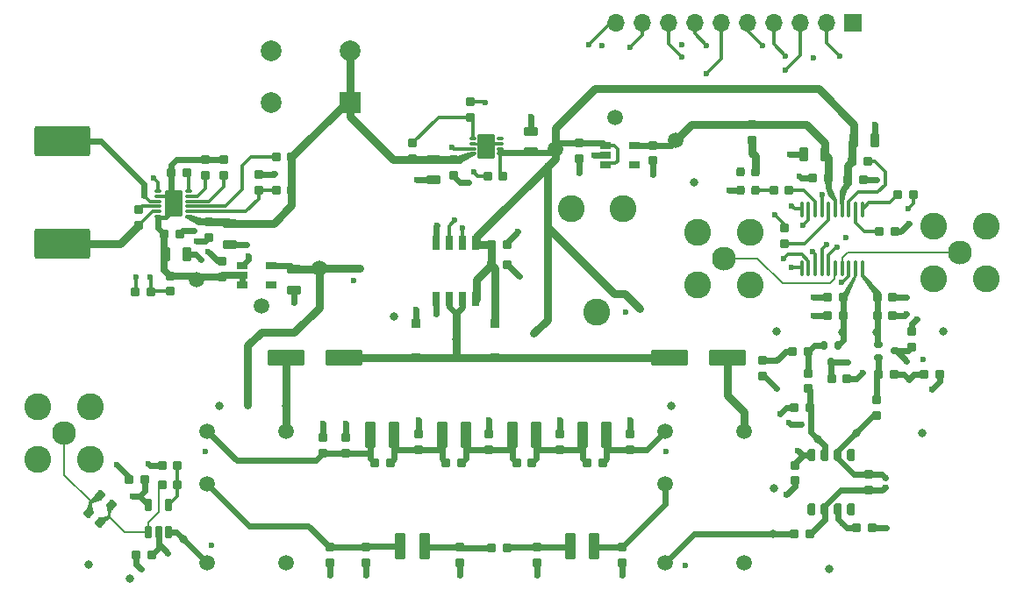
<source format=gtl>
%TF.GenerationSoftware,KiCad,Pcbnew,(6.0.6)*%
%TF.CreationDate,2023-01-28T17:13:42-04:00*%
%TF.ProjectId,DDS_FunctionGenerator,4444535f-4675-46e6-9374-696f6e47656e,rev?*%
%TF.SameCoordinates,Original*%
%TF.FileFunction,Copper,L1,Top*%
%TF.FilePolarity,Positive*%
%FSLAX46Y46*%
G04 Gerber Fmt 4.6, Leading zero omitted, Abs format (unit mm)*
G04 Created by KiCad (PCBNEW (6.0.6)) date 2023-01-28 17:13:42*
%MOMM*%
%LPD*%
G01*
G04 APERTURE LIST*
G04 Aperture macros list*
%AMRoundRect*
0 Rectangle with rounded corners*
0 $1 Rounding radius*
0 $2 $3 $4 $5 $6 $7 $8 $9 X,Y pos of 4 corners*
0 Add a 4 corners polygon primitive as box body*
4,1,4,$2,$3,$4,$5,$6,$7,$8,$9,$2,$3,0*
0 Add four circle primitives for the rounded corners*
1,1,$1+$1,$2,$3*
1,1,$1+$1,$4,$5*
1,1,$1+$1,$6,$7*
1,1,$1+$1,$8,$9*
0 Add four rect primitives between the rounded corners*
20,1,$1+$1,$2,$3,$4,$5,0*
20,1,$1+$1,$4,$5,$6,$7,0*
20,1,$1+$1,$6,$7,$8,$9,0*
20,1,$1+$1,$8,$9,$2,$3,0*%
G04 Aperture macros list end*
%TA.AperFunction,SMDPad,CuDef*%
%ADD10RoundRect,0.120000X-0.330000X0.280000X-0.330000X-0.280000X0.330000X-0.280000X0.330000X0.280000X0*%
%TD*%
%TA.AperFunction,SMDPad,CuDef*%
%ADD11RoundRect,0.120000X0.330000X-0.280000X0.330000X0.280000X-0.330000X0.280000X-0.330000X-0.280000X0*%
%TD*%
%TA.AperFunction,SMDPad,CuDef*%
%ADD12RoundRect,0.120000X0.280000X0.330000X-0.280000X0.330000X-0.280000X-0.330000X0.280000X-0.330000X0*%
%TD*%
%TA.AperFunction,ComponentPad*%
%ADD13C,1.500000*%
%TD*%
%TA.AperFunction,SMDPad,CuDef*%
%ADD14C,0.800000*%
%TD*%
%TA.AperFunction,SMDPad,CuDef*%
%ADD15C,1.500000*%
%TD*%
%TA.AperFunction,SMDPad,CuDef*%
%ADD16RoundRect,0.085000X-0.340000X0.340000X-0.340000X-0.340000X0.340000X-0.340000X0.340000X0.340000X0*%
%TD*%
%TA.AperFunction,SMDPad,CuDef*%
%ADD17RoundRect,0.200000X-0.200000X-0.250000X0.200000X-0.250000X0.200000X0.250000X-0.200000X0.250000X0*%
%TD*%
%TA.AperFunction,SMDPad,CuDef*%
%ADD18RoundRect,0.114300X-0.266700X0.457200X-0.266700X-0.457200X0.266700X-0.457200X0.266700X0.457200X0*%
%TD*%
%TA.AperFunction,SMDPad,CuDef*%
%ADD19RoundRect,0.120000X-0.280000X-0.330000X0.280000X-0.330000X0.280000X0.330000X-0.280000X0.330000X0*%
%TD*%
%TA.AperFunction,ComponentPad*%
%ADD20C,2.300000*%
%TD*%
%TA.AperFunction,ComponentPad*%
%ADD21C,2.600000*%
%TD*%
%TA.AperFunction,SMDPad,CuDef*%
%ADD22RoundRect,0.030000X0.295000X0.120000X-0.295000X0.120000X-0.295000X-0.120000X0.295000X-0.120000X0*%
%TD*%
%TA.AperFunction,SMDPad,CuDef*%
%ADD23RoundRect,0.030000X-0.295000X-0.120000X0.295000X-0.120000X0.295000X0.120000X-0.295000X0.120000X0*%
%TD*%
%TA.AperFunction,SMDPad,CuDef*%
%ADD24RoundRect,0.085000X0.765000X1.165000X-0.765000X1.165000X-0.765000X-1.165000X0.765000X-1.165000X0*%
%TD*%
%TA.AperFunction,SMDPad,CuDef*%
%ADD25RoundRect,0.165000X0.385000X1.085000X-0.385000X1.085000X-0.385000X-1.085000X0.385000X-1.085000X0*%
%TD*%
%TA.AperFunction,SMDPad,CuDef*%
%ADD26RoundRect,0.100000X0.200000X-0.510000X0.200000X0.510000X-0.200000X0.510000X-0.200000X-0.510000X0*%
%TD*%
%TA.AperFunction,SMDPad,CuDef*%
%ADD27RoundRect,0.120000X-0.426612X-0.072814X0.002373X-0.432775X0.426612X0.072814X-0.002373X0.432775X0*%
%TD*%
%TA.AperFunction,SMDPad,CuDef*%
%ADD28RoundRect,0.040000X-0.210000X0.235000X-0.210000X-0.235000X0.210000X-0.235000X0.210000X0.235000X0*%
%TD*%
%TA.AperFunction,SMDPad,CuDef*%
%ADD29RoundRect,0.160000X-1.590000X-0.640000X1.590000X-0.640000X1.590000X0.640000X-1.590000X0.640000X0*%
%TD*%
%TA.AperFunction,SMDPad,CuDef*%
%ADD30RoundRect,0.135000X-0.515000X0.315000X-0.515000X-0.315000X0.515000X-0.315000X0.515000X0.315000X0*%
%TD*%
%TA.AperFunction,SMDPad,CuDef*%
%ADD31RoundRect,0.232000X2.468000X1.218000X-2.468000X1.218000X-2.468000X-1.218000X2.468000X-1.218000X0*%
%TD*%
%TA.AperFunction,SMDPad,CuDef*%
%ADD32RoundRect,0.120000X0.180000X-0.280000X0.180000X0.280000X-0.180000X0.280000X-0.180000X-0.280000X0*%
%TD*%
%TA.AperFunction,SMDPad,CuDef*%
%ADD33RoundRect,0.100000X-0.100000X0.637500X-0.100000X-0.637500X0.100000X-0.637500X0.100000X0.637500X0*%
%TD*%
%TA.AperFunction,SMDPad,CuDef*%
%ADD34RoundRect,0.085000X0.340000X-0.340000X0.340000X0.340000X-0.340000X0.340000X-0.340000X-0.340000X0*%
%TD*%
%TA.AperFunction,ComponentPad*%
%ADD35C,2.000000*%
%TD*%
%TA.AperFunction,ComponentPad*%
%ADD36R,2.000000X2.000000*%
%TD*%
%TA.AperFunction,SMDPad,CuDef*%
%ADD37RoundRect,0.120000X0.280000X0.180000X-0.280000X0.180000X-0.280000X-0.180000X0.280000X-0.180000X0*%
%TD*%
%TA.AperFunction,SMDPad,CuDef*%
%ADD38RoundRect,0.040000X-0.235000X-0.210000X0.235000X-0.210000X0.235000X0.210000X-0.235000X0.210000X0*%
%TD*%
%TA.AperFunction,SMDPad,CuDef*%
%ADD39RoundRect,0.135000X-0.315000X-0.515000X0.315000X-0.515000X0.315000X0.515000X-0.315000X0.515000X0*%
%TD*%
%TA.AperFunction,SMDPad,CuDef*%
%ADD40RoundRect,0.135000X0.315000X0.515000X-0.315000X0.515000X-0.315000X-0.515000X0.315000X-0.515000X0*%
%TD*%
%TA.AperFunction,SMDPad,CuDef*%
%ADD41RoundRect,0.060000X0.490000X0.240000X-0.490000X0.240000X-0.490000X-0.240000X0.490000X-0.240000X0*%
%TD*%
%TA.AperFunction,SMDPad,CuDef*%
%ADD42RoundRect,0.135000X0.515000X-0.315000X0.515000X0.315000X-0.515000X0.315000X-0.515000X-0.315000X0*%
%TD*%
%TA.AperFunction,SMDPad,CuDef*%
%ADD43RoundRect,0.160000X1.590000X0.640000X-1.590000X0.640000X-1.590000X-0.640000X1.590000X-0.640000X0*%
%TD*%
%TA.AperFunction,SMDPad,CuDef*%
%ADD44RoundRect,0.060000X-0.240000X0.640000X-0.240000X-0.640000X0.240000X-0.640000X0.240000X0.640000X0*%
%TD*%
%TA.AperFunction,SMDPad,CuDef*%
%ADD45RoundRect,0.082500X-0.742500X-1.117500X0.742500X-1.117500X0.742500X1.117500X-0.742500X1.117500X0*%
%TD*%
%TA.AperFunction,ComponentPad*%
%ADD46R,1.700000X1.700000*%
%TD*%
%TA.AperFunction,ComponentPad*%
%ADD47O,1.700000X1.700000*%
%TD*%
%TA.AperFunction,ViaPad*%
%ADD48C,0.600000*%
%TD*%
%TA.AperFunction,Conductor*%
%ADD49C,0.800000*%
%TD*%
%TA.AperFunction,Conductor*%
%ADD50C,0.600000*%
%TD*%
%TA.AperFunction,Conductor*%
%ADD51C,0.300000*%
%TD*%
%TA.AperFunction,Conductor*%
%ADD52C,0.250000*%
%TD*%
%TA.AperFunction,Conductor*%
%ADD53C,0.700000*%
%TD*%
%TA.AperFunction,Conductor*%
%ADD54C,0.400000*%
%TD*%
%TA.AperFunction,Conductor*%
%ADD55C,0.200000*%
%TD*%
G04 APERTURE END LIST*
D10*
%TO.P,C26,1*%
%TO.N,Net-(C21-Pad2)*%
X124400000Y-109250000D03*
%TO.P,C26,2*%
%TO.N,GND*%
X124400000Y-107750000D03*
%TD*%
%TO.P,R2,1*%
%TO.N,/VIN*%
X117000000Y-81150000D03*
%TO.P,R2,2*%
%TO.N,/5V-EN*%
X117000000Y-79650000D03*
%TD*%
D11*
%TO.P,C7,1*%
%TO.N,/VIN*%
X97400000Y-87250000D03*
%TO.P,C7,2*%
%TO.N,GND*%
X97400000Y-88750000D03*
%TD*%
D12*
%TO.P,R19,1*%
%TO.N,Net-(Q1-Pad2)*%
X161950000Y-102000000D03*
%TO.P,R19,2*%
%TO.N,-5V*%
X163450000Y-102000000D03*
%TD*%
D13*
%TO.P,K2,1*%
%TO.N,/Output_Stage/FILTER-SW-OUT*%
X104810000Y-107450000D03*
%TO.P,K2,6*%
%TO.N,GND*%
X104810000Y-120150000D03*
%TO.P,K2,7*%
%TO.N,/Output_Stage/FILT-OUT*%
X97190000Y-120150000D03*
%TO.P,K2,10*%
%TO.N,/Output_Stage/LIN-PHASE-OUT*%
X97190000Y-112530000D03*
%TO.P,K2,12*%
%TO.N,/Output_Stage/ELLIP-OUT*%
X97190000Y-107450000D03*
%TD*%
D14*
%TO.P,TP17,1,1*%
%TO.N,/DDS/IOUTB*%
X161800000Y-97900000D03*
%TD*%
D15*
%TO.P,TP2,1,1*%
%TO.N,+3V3*%
X142400000Y-79400000D03*
%TD*%
D14*
%TO.P,TP7,1,1*%
%TO.N,/Output_Stage/FILTER-SW-IN*%
X148400000Y-105000000D03*
%TD*%
D11*
%TO.P,C32,1*%
%TO.N,Net-(C32-Pad1)*%
X121600000Y-118650000D03*
%TO.P,C32,2*%
%TO.N,GND*%
X121600000Y-120150000D03*
%TD*%
%TO.P,C5,1*%
%TO.N,+3V3*%
X140200000Y-79850000D03*
%TO.P,C5,2*%
%TO.N,GND*%
X140200000Y-81350000D03*
%TD*%
D16*
%TO.P,D1,1,K*%
%TO.N,+5V*%
X125000000Y-97025000D03*
%TO.P,D1,2,A*%
%TO.N,Net-(C17-Pad1)*%
X125000000Y-100375000D03*
%TD*%
D17*
%TO.P,X1,1,Tri-State*%
%TO.N,unconnected-(X1-Pad1)*%
X148675000Y-82375000D03*
%TO.P,X1,2,GND*%
%TO.N,GND*%
X148675000Y-84225000D03*
%TO.P,X1,3,OUT*%
%TO.N,Net-(R23-Pad2)*%
X150125000Y-84225000D03*
%TO.P,X1,4,VDD*%
%TO.N,VDD-MCLK*%
X150125000Y-82375000D03*
%TD*%
D18*
%TO.P,U8,1,NC*%
%TO.N,unconnected-(U8-Pad1)*%
X159300000Y-109800000D03*
%TO.P,U8,2,-IN*%
%TO.N,Net-(C38-Pad1)*%
X158030000Y-109800000D03*
%TO.P,U8,3,+IN*%
%TO.N,Net-(C46-Pad2)*%
X156760000Y-109800000D03*
%TO.P,U8,4,V-*%
%TO.N,-5V*%
X155490000Y-109800000D03*
%TO.P,U8,5,NC*%
%TO.N,unconnected-(U8-Pad5)*%
X155490000Y-115007000D03*
%TO.P,U8,6*%
%TO.N,Net-(C38-Pad2)*%
X156760000Y-115007000D03*
%TO.P,U8,7,V+*%
%TO.N,+5V*%
X158030000Y-115007000D03*
%TO.P,U8,8,NC*%
%TO.N,unconnected-(U8-Pad8)*%
X159300000Y-115007000D03*
%TD*%
D14*
%TO.P,TP28,1,1*%
%TO.N,GND*%
X144200000Y-83400000D03*
%TD*%
D19*
%TO.P,C21,1*%
%TO.N,Net-(C20-Pad2)*%
X128550000Y-110500000D03*
%TO.P,C21,2*%
%TO.N,Net-(C21-Pad2)*%
X127050000Y-110500000D03*
%TD*%
%TO.P,R17,1*%
%TO.N,Net-(POT1-Pad1)*%
X165350000Y-84600000D03*
%TO.P,R17,2*%
%TO.N,/DDS/FS-ADJUST*%
X163850000Y-84600000D03*
%TD*%
D20*
%TO.P,J3,1,In*%
%TO.N,/DDS/DDS-VIN*%
X169800000Y-90170000D03*
D21*
%TO.P,J3,2,GND*%
%TO.N,GND*%
X172340000Y-92710000D03*
X167260000Y-87630000D03*
X172340000Y-87630000D03*
X167260000Y-92710000D03*
%TD*%
D15*
%TO.P,TP1,1,1*%
%TO.N,+5V*%
X130800000Y-80200000D03*
%TD*%
D22*
%TO.P,U4,1,IN*%
%TO.N,/VIN*%
X95425000Y-86750000D03*
%TO.P,U4,2,EN/UVLO*%
%TO.N,/-5V8-EN*%
X95425000Y-86250000D03*
%TO.P,U4,3,RESET*%
%TO.N,/RESET*%
X95425000Y-85750000D03*
%TO.P,U4,4,SS*%
%TO.N,/SS*%
X95425000Y-85250000D03*
%TO.P,U4,5,VCC*%
%TO.N,/VCC*%
X95425000Y-84750000D03*
%TO.P,U4,6,RT/SYNC*%
%TO.N,/RT{slash}SYNC*%
X95425000Y-84250000D03*
D23*
%TO.P,U4,7,FB*%
%TO.N,/FB*%
X92465000Y-84250000D03*
%TO.P,U4,8,SOUT*%
%TO.N,-5V8*%
X92465000Y-84750000D03*
%TO.P,U4,9,GND*%
%TO.N,GND*%
X92465000Y-85250000D03*
%TO.P,U4,10,BST*%
%TO.N,/BST*%
X92465000Y-85750000D03*
%TO.P,U4,11,LX*%
%TO.N,/LX*%
X92465000Y-86250000D03*
%TO.P,U4,12,OUT*%
%TO.N,-5V8*%
X92465000Y-86750000D03*
D24*
%TO.P,U4,13,EP*%
X93945000Y-85500000D03*
%TD*%
D25*
%TO.P,L8,1,1*%
%TO.N,Net-(C32-Pad1)*%
X118150000Y-118600000D03*
%TO.P,L8,2,2*%
%TO.N,/Output_Stage/LIN-PHASE-OUT*%
X115850000Y-118600000D03*
%TD*%
D11*
%TO.P,C31,1*%
%TO.N,Net-(C31-Pad1)*%
X129000000Y-118650000D03*
%TO.P,C31,2*%
%TO.N,GND*%
X129000000Y-120150000D03*
%TD*%
%TO.P,C30,1*%
%TO.N,/Output_Stage/LIN-PHASE-IN*%
X137200000Y-118650000D03*
%TO.P,C30,2*%
%TO.N,GND*%
X137200000Y-120150000D03*
%TD*%
D10*
%TO.P,R3,1*%
%TO.N,/5V-EN*%
X122600000Y-77150000D03*
%TO.P,R3,2*%
%TO.N,GND*%
X122600000Y-75650000D03*
%TD*%
D12*
%TO.P,C41,1*%
%TO.N,/DDS/REFOUT*%
X162050000Y-88200000D03*
%TO.P,C41,2*%
%TO.N,GND*%
X163550000Y-88200000D03*
%TD*%
D26*
%TO.P,U6,1*%
%TO.N,Net-(R11-Pad2)*%
X91550000Y-117225000D03*
%TO.P,U6,2,V-*%
%TO.N,-5V*%
X92500000Y-117225000D03*
%TO.P,U6,3,+IN*%
%TO.N,/Output_Stage/FILT-OUT*%
X93450000Y-117225000D03*
%TO.P,U6,4,-IN*%
%TO.N,Net-(R10-Pad2)*%
X93450000Y-114605000D03*
%TO.P,U6,5,V+*%
%TO.N,+5V*%
X91550000Y-114605000D03*
%TD*%
D20*
%TO.P,J5,1,In*%
%TO.N,/Output_Stage/OUT*%
X83400000Y-107600000D03*
D21*
%TO.P,J5,2,GND*%
%TO.N,GND*%
X80860000Y-105060000D03*
X85940000Y-110140000D03*
X85940000Y-105060000D03*
X80860000Y-110140000D03*
%TD*%
D27*
%TO.P,R13,1*%
%TO.N,Net-(R11-Pad2)*%
X87974533Y-114582091D03*
%TO.P,R13,2*%
%TO.N,/Output_Stage/OUT*%
X86825467Y-113617909D03*
%TD*%
D28*
%TO.P,C38,1*%
%TO.N,Net-(C38-Pad1)*%
X162600000Y-111925000D03*
%TO.P,C38,2*%
%TO.N,Net-(C38-Pad2)*%
X162600000Y-112875000D03*
%TD*%
D27*
%TO.P,R14,1*%
%TO.N,Net-(R11-Pad2)*%
X86874533Y-116282091D03*
%TO.P,R14,2*%
%TO.N,/Output_Stage/OUT*%
X85725467Y-115317909D03*
%TD*%
D12*
%TO.P,C44,1*%
%TO.N,/DDS/IOUTB*%
X161850000Y-94488000D03*
%TO.P,C44,2*%
%TO.N,GND*%
X163350000Y-94488000D03*
%TD*%
D10*
%TO.P,C11,1*%
%TO.N,-5V8*%
X98600000Y-92550000D03*
%TO.P,C11,2*%
%TO.N,GND*%
X98600000Y-91050000D03*
%TD*%
D19*
%TO.P,C19,1*%
%TO.N,+5V*%
X91150000Y-112100000D03*
%TO.P,C19,2*%
%TO.N,GND*%
X89650000Y-112100000D03*
%TD*%
D10*
%TO.P,R12,1*%
%TO.N,/Output_Stage/ELLIP-OUT*%
X108400000Y-109550000D03*
%TO.P,R12,2*%
%TO.N,GND*%
X108400000Y-108050000D03*
%TD*%
D25*
%TO.P,L5,1,1*%
%TO.N,Net-(C22-Pad2)*%
X115250000Y-107800000D03*
%TO.P,L5,2,2*%
%TO.N,/Output_Stage/ELLIP-OUT*%
X112950000Y-107800000D03*
%TD*%
D29*
%TO.P,C17,1*%
%TO.N,Net-(C17-Pad1)*%
X141800000Y-100400000D03*
%TO.P,C17,2*%
%TO.N,/Output_Stage/FILTER-SW-IN*%
X147400000Y-100400000D03*
%TD*%
D19*
%TO.P,C36,1*%
%TO.N,GND*%
X160516000Y-83185000D03*
%TO.P,C36,2*%
%TO.N,+5V*%
X159016000Y-83185000D03*
%TD*%
D14*
%TO.P,TP13,1,1*%
%TO.N,GND*%
X142000000Y-105000000D03*
%TD*%
D10*
%TO.P,C45,1*%
%TO.N,GND*%
X153900000Y-112250000D03*
%TO.P,C45,2*%
%TO.N,-5V*%
X153900000Y-110750000D03*
%TD*%
D19*
%TO.P,R21,1*%
%TO.N,/DDS/IOUT*%
X158550000Y-96300000D03*
%TO.P,R21,2*%
%TO.N,GND*%
X157050000Y-96300000D03*
%TD*%
D14*
%TO.P,TP27,1,1*%
%TO.N,GND*%
X168200000Y-97800000D03*
%TD*%
D15*
%TO.P,TP6,1,1*%
%TO.N,GND*%
X136600000Y-77200000D03*
%TD*%
D30*
%TO.P,C8,1*%
%TO.N,-5V*%
X105600000Y-91800000D03*
%TO.P,C8,2*%
%TO.N,GND*%
X105600000Y-93800000D03*
%TD*%
D12*
%TO.P,C35,1*%
%TO.N,GND*%
X155650000Y-83000000D03*
%TO.P,C35,2*%
%TO.N,+3V3*%
X157150000Y-83000000D03*
%TD*%
D11*
%TO.P,FB1,1*%
%TO.N,+3V3*%
X149800000Y-77850000D03*
%TO.P,FB1,2*%
%TO.N,VDD-MCLK*%
X149800000Y-79350000D03*
%TD*%
D12*
%TO.P,R6,1*%
%TO.N,GND*%
X90250000Y-94000000D03*
%TO.P,R6,2*%
%TO.N,/FB*%
X91750000Y-94000000D03*
%TD*%
D14*
%TO.P,TP9,1,1*%
%TO.N,/Output_Stage/FILTER-SW-OUT*%
X104800000Y-105000000D03*
%TD*%
%TO.P,TP25,1,1*%
%TO.N,GND*%
X166200000Y-107600000D03*
%TD*%
D19*
%TO.P,L7,1,1*%
%TO.N,Net-(C31-Pad1)*%
X126150000Y-118700000D03*
%TO.P,L7,2,2*%
%TO.N,Net-(C32-Pad1)*%
X124650000Y-118700000D03*
%TD*%
D11*
%TO.P,R5,1*%
%TO.N,GND*%
X102200000Y-82650000D03*
%TO.P,R5,2*%
%TO.N,/-5V8-EN*%
X102200000Y-84150000D03*
%TD*%
D31*
%TO.P,L1,1,1*%
%TO.N,/LX*%
X83200000Y-89350000D03*
%TO.P,L1,2,2*%
%TO.N,GND*%
X83200000Y-79450000D03*
%TD*%
D10*
%TO.P,R24,1*%
%TO.N,Net-(C46-Pad2)*%
X155200000Y-103350000D03*
%TO.P,R24,2*%
%TO.N,Net-(Q2-Pad2)*%
X155200000Y-101850000D03*
%TD*%
D32*
%TO.P,Q2,1,B*%
%TO.N,/DDS/IOUT*%
X158050000Y-99200000D03*
%TO.P,Q2,2,E*%
%TO.N,Net-(Q2-Pad2)*%
X156750000Y-99200000D03*
%TO.P,Q2,3,C*%
%TO.N,+5V*%
X157400000Y-100800000D03*
%TD*%
D19*
%TO.P,R7,1*%
%TO.N,/VIN*%
X105350000Y-81000000D03*
%TO.P,R7,2*%
%TO.N,/RESET*%
X103850000Y-81000000D03*
%TD*%
%TO.P,C50,1*%
%TO.N,GND*%
X167850000Y-102000000D03*
%TO.P,C50,2*%
%TO.N,-5V*%
X166350000Y-102000000D03*
%TD*%
D11*
%TO.P,C4,1*%
%TO.N,+5V*%
X133100000Y-79650000D03*
%TO.P,C4,2*%
%TO.N,GND*%
X133100000Y-81150000D03*
%TD*%
D14*
%TO.P,TP24,1,1*%
%TO.N,GND*%
X157200000Y-120800000D03*
%TD*%
D33*
%TO.P,U7,1,FS_ADJUST*%
%TO.N,/DDS/FS-ADJUST*%
X160405000Y-86037500D03*
%TO.P,U7,2,REFOUT*%
%TO.N,/DDS/REFOUT*%
X159755000Y-86037500D03*
%TO.P,U7,3,COMP*%
%TO.N,/DDS/COMP*%
X159105000Y-86037500D03*
%TO.P,U7,4,AVDD*%
%TO.N,+5V*%
X158455000Y-86037500D03*
%TO.P,U7,5,DVDD*%
%TO.N,+3V3*%
X157805000Y-86037500D03*
%TO.P,U7,6,CAP/2.5V*%
%TO.N,/DDS/CAP2V5*%
X157155000Y-86037500D03*
%TO.P,U7,7,DGND*%
%TO.N,GND*%
X156505000Y-86037500D03*
%TO.P,U7,8,MCLK*%
%TO.N,/DDS/MCLK*%
X155855000Y-86037500D03*
%TO.P,U7,9,FSELECT*%
%TO.N,/DDS/FSELECT*%
X155205000Y-86037500D03*
%TO.P,U7,10,PSELECT*%
%TO.N,/DDS/PSELECT*%
X154555000Y-86037500D03*
%TO.P,U7,11,RESET*%
%TO.N,/DDS/RESET*%
X154555000Y-91762500D03*
%TO.P,U7,12,SLEEP*%
%TO.N,/DDS/SLEEP*%
X155205000Y-91762500D03*
%TO.P,U7,13,SDATA*%
%TO.N,/DDS/SDATA*%
X155855000Y-91762500D03*
%TO.P,U7,14,SCLK*%
%TO.N,/DDS/SCLK*%
X156505000Y-91762500D03*
%TO.P,U7,15,~{FSYNC}*%
%TO.N,/DDS/FSYNC*%
X157155000Y-91762500D03*
%TO.P,U7,16,SIGNBITOUT*%
%TO.N,/DDS/SIGNBITOUT*%
X157805000Y-91762500D03*
%TO.P,U7,17,VIN*%
%TO.N,/DDS/DDS-VIN*%
X158455000Y-91762500D03*
%TO.P,U7,18,AGND*%
%TO.N,GND*%
X159105000Y-91762500D03*
%TO.P,U7,19,IOUT*%
%TO.N,/DDS/IOUT*%
X159755000Y-91762500D03*
%TO.P,U7,20,IOUTB*%
%TO.N,/DDS/IOUTB*%
X160405000Y-91762500D03*
%TD*%
D15*
%TO.P,TP4,1,1*%
%TO.N,-5V8*%
X96200000Y-92800000D03*
%TD*%
D14*
%TO.P,TP14,1,1*%
%TO.N,GND*%
X98400000Y-105000000D03*
%TD*%
D34*
%TO.P,D2,1,K*%
%TO.N,Net-(C17-Pad1)*%
X117300000Y-100375000D03*
%TO.P,D2,2,A*%
%TO.N,GND*%
X117300000Y-97025000D03*
%TD*%
D19*
%TO.P,C20,1*%
%TO.N,/Output_Stage/ELLIP-IN*%
X135350000Y-110500000D03*
%TO.P,C20,2*%
%TO.N,Net-(C20-Pad2)*%
X133850000Y-110500000D03*
%TD*%
D11*
%TO.P,R15,1*%
%TO.N,/Output_Stage/LIN-PHASE-OUT*%
X109000000Y-118650000D03*
%TO.P,R15,2*%
%TO.N,GND*%
X109000000Y-120150000D03*
%TD*%
D12*
%TO.P,R10,1*%
%TO.N,GND*%
X92850000Y-110800000D03*
%TO.P,R10,2*%
%TO.N,Net-(R10-Pad2)*%
X94350000Y-110800000D03*
%TD*%
D21*
%TO.P,POT1,1*%
%TO.N,Net-(POT1-Pad1)*%
X137300000Y-86000000D03*
%TO.P,POT1,2*%
%TO.N,GND*%
X132300000Y-86000000D03*
%TO.P,POT1,3*%
%TO.N,Net-(POT1-Pad1)*%
X134800000Y-96000000D03*
%TD*%
D25*
%TO.P,L3,1,1*%
%TO.N,Net-(C20-Pad2)*%
X128950000Y-107800000D03*
%TO.P,L3,2,2*%
%TO.N,Net-(C21-Pad2)*%
X126650000Y-107800000D03*
%TD*%
D19*
%TO.P,C16,1*%
%TO.N,GND*%
X126141000Y-91365000D03*
%TO.P,C16,2*%
%TO.N,+5V*%
X124641000Y-91365000D03*
%TD*%
D35*
%TO.P,J1,1,Pin_1*%
%TO.N,/VIN*%
X111010000Y-70700000D03*
D36*
X111010000Y-75700000D03*
D35*
%TO.P,J1,2,Pin_2*%
%TO.N,GND*%
X103390000Y-70700000D03*
X103390000Y-75700000D03*
%TD*%
D19*
%TO.P,C29,1*%
%TO.N,-5V*%
X91850000Y-119400000D03*
%TO.P,C29,2*%
%TO.N,GND*%
X90350000Y-119400000D03*
%TD*%
D12*
%TO.P,C9,1*%
%TO.N,-5V8*%
X93050000Y-88399000D03*
%TO.P,C9,2*%
%TO.N,GND*%
X94550000Y-88399000D03*
%TD*%
D14*
%TO.P,TP21,1,1*%
%TO.N,VDD-MCLK*%
X150000000Y-80800000D03*
%TD*%
%TO.P,TP22,1,1*%
%TO.N,/DDS/IOUT*%
X158500000Y-97900000D03*
%TD*%
D10*
%TO.P,C25,1*%
%TO.N,Net-(C20-Pad2)*%
X131200000Y-109250000D03*
%TO.P,C25,2*%
%TO.N,GND*%
X131200000Y-107750000D03*
%TD*%
D19*
%TO.P,R8,1*%
%TO.N,/RT{slash}SYNC*%
X95250000Y-82500000D03*
%TO.P,R8,2*%
%TO.N,-5V8*%
X93750000Y-82500000D03*
%TD*%
D37*
%TO.P,Q1,1,B*%
%TO.N,/DDS/IOUTB*%
X162000000Y-99050000D03*
%TO.P,Q1,2,E*%
%TO.N,Net-(Q1-Pad2)*%
X162000000Y-100350000D03*
%TO.P,Q1,3,C*%
%TO.N,+5V*%
X163600000Y-99700000D03*
%TD*%
D38*
%TO.P,C46,1*%
%TO.N,GND*%
X154525000Y-106800000D03*
%TO.P,C46,2*%
%TO.N,Net-(C46-Pad2)*%
X155475000Y-106800000D03*
%TD*%
D19*
%TO.P,R25,1*%
%TO.N,Net-(C46-Pad2)*%
X155350000Y-105200000D03*
%TO.P,R25,2*%
%TO.N,GND*%
X153850000Y-105200000D03*
%TD*%
D10*
%TO.P,C24,1*%
%TO.N,/Output_Stage/ELLIP-IN*%
X138000000Y-109250000D03*
%TO.P,C24,2*%
%TO.N,GND*%
X138000000Y-107750000D03*
%TD*%
%TO.P,C28,1*%
%TO.N,/Output_Stage/ELLIP-OUT*%
X110600000Y-109550000D03*
%TO.P,C28,2*%
%TO.N,GND*%
X110600000Y-108050000D03*
%TD*%
D30*
%TO.P,C1,1*%
%TO.N,/VIN*%
X119000000Y-81210000D03*
%TO.P,C1,2*%
%TO.N,GND*%
X119000000Y-83210000D03*
%TD*%
D14*
%TO.P,TP11,1,1*%
%TO.N,/Output_Stage/FILT-OUT*%
X94900000Y-117900000D03*
%TD*%
D19*
%TO.P,C42,1*%
%TO.N,GND*%
X161350000Y-116800000D03*
%TO.P,C42,2*%
%TO.N,+5V*%
X159850000Y-116800000D03*
%TD*%
D39*
%TO.P,C10,1*%
%TO.N,-5V8*%
X93200000Y-90400000D03*
%TO.P,C10,2*%
%TO.N,GND*%
X95200000Y-90400000D03*
%TD*%
D14*
%TO.P,TP18,1,1*%
%TO.N,Net-(C38-Pad1)*%
X159800000Y-107600000D03*
%TD*%
D10*
%TO.P,C48,1*%
%TO.N,+5V*%
X165200000Y-99350000D03*
%TO.P,C48,2*%
%TO.N,GND*%
X165200000Y-97850000D03*
%TD*%
D14*
%TO.P,TP23,1,1*%
%TO.N,Net-(C46-Pad2)*%
X156100000Y-108200000D03*
%TD*%
D19*
%TO.P,C43,1*%
%TO.N,/DDS/IOUT*%
X158550000Y-94500000D03*
%TO.P,C43,2*%
%TO.N,GND*%
X157050000Y-94500000D03*
%TD*%
D12*
%TO.P,C15,1*%
%TO.N,+5V*%
X124641000Y-89460000D03*
%TO.P,C15,2*%
%TO.N,GND*%
X126141000Y-89460000D03*
%TD*%
D40*
%TO.P,C34,1*%
%TO.N,+3V3*%
X156800000Y-80700000D03*
%TO.P,C34,2*%
%TO.N,GND*%
X154800000Y-80700000D03*
%TD*%
D41*
%TO.P,U1,1,VIN*%
%TO.N,+5V*%
X135600000Y-79850000D03*
%TO.P,U1,2,GND*%
%TO.N,GND*%
X135600000Y-80800000D03*
%TO.P,U1,3,EN*%
%TO.N,+5V*%
X135600000Y-81750000D03*
%TO.P,U1,4,NC*%
%TO.N,unconnected-(U1-Pad4)*%
X138400000Y-81750000D03*
%TO.P,U1,5,VOUT*%
%TO.N,+3V3*%
X138400000Y-79850000D03*
%TD*%
D12*
%TO.P,R22,1*%
%TO.N,/DDS/IOUTB*%
X161850000Y-96300000D03*
%TO.P,R22,2*%
%TO.N,GND*%
X163350000Y-96300000D03*
%TD*%
%TO.P,R20,1*%
%TO.N,/DDS/FILT-IN*%
X153850000Y-117400000D03*
%TO.P,R20,2*%
%TO.N,Net-(C38-Pad2)*%
X155350000Y-117400000D03*
%TD*%
D10*
%TO.P,C12,1*%
%TO.N,/LX*%
X90600000Y-87550000D03*
%TO.P,C12,2*%
%TO.N,/BST*%
X90600000Y-86050000D03*
%TD*%
D14*
%TO.P,TP8,1,1*%
%TO.N,Net-(C17-Pad1)*%
X121200000Y-98600000D03*
%TD*%
D15*
%TO.P,TP3,1,1*%
%TO.N,GND*%
X102400000Y-95400000D03*
%TD*%
D20*
%TO.P,J2,1,In*%
%TO.N,/DDS/SIGNBITOUT*%
X147066000Y-90805000D03*
D21*
%TO.P,J2,2,GND*%
%TO.N,GND*%
X144526000Y-93345000D03*
X149606000Y-93345000D03*
X149606000Y-88265000D03*
X144526000Y-88265000D03*
%TD*%
D42*
%TO.P,C3,1*%
%TO.N,+5V*%
X128400000Y-80500000D03*
%TO.P,C3,2*%
%TO.N,GND*%
X128400000Y-78500000D03*
%TD*%
D14*
%TO.P,TP16,1,1*%
%TO.N,GND*%
X115200000Y-96400000D03*
%TD*%
D43*
%TO.P,C18,1*%
%TO.N,Net-(C17-Pad1)*%
X110400000Y-100400000D03*
%TO.P,C18,2*%
%TO.N,/Output_Stage/FILTER-SW-OUT*%
X104800000Y-100400000D03*
%TD*%
D10*
%TO.P,C13,1*%
%TO.N,/SS*%
X98800000Y-82750000D03*
%TO.P,C13,2*%
%TO.N,-5V8*%
X98800000Y-81250000D03*
%TD*%
%TO.P,C49,1*%
%TO.N,GND*%
X150800000Y-102150000D03*
%TO.P,C49,2*%
%TO.N,-5V*%
X150800000Y-100650000D03*
%TD*%
D15*
%TO.P,TP5,1,1*%
%TO.N,-5V*%
X108000000Y-91700000D03*
%TD*%
D14*
%TO.P,TP29,1,1*%
%TO.N,GND*%
X151900000Y-113000000D03*
%TD*%
D19*
%TO.P,C23,1*%
%TO.N,Net-(C22-Pad2)*%
X114850000Y-110500000D03*
%TO.P,C23,2*%
%TO.N,/Output_Stage/ELLIP-OUT*%
X113350000Y-110500000D03*
%TD*%
%TO.P,R11,1*%
%TO.N,Net-(R10-Pad2)*%
X94350000Y-112600000D03*
%TO.P,R11,2*%
%TO.N,Net-(R11-Pad2)*%
X92850000Y-112600000D03*
%TD*%
%TO.P,R26,1*%
%TO.N,Net-(Q2-Pad2)*%
X155150000Y-99800000D03*
%TO.P,R26,2*%
%TO.N,-5V*%
X153650000Y-99800000D03*
%TD*%
D10*
%TO.P,C27,1*%
%TO.N,Net-(C22-Pad2)*%
X117600000Y-109250000D03*
%TO.P,C27,2*%
%TO.N,GND*%
X117600000Y-107750000D03*
%TD*%
D12*
%TO.P,C47,1*%
%TO.N,+5V*%
X157450000Y-102400000D03*
%TO.P,C47,2*%
%TO.N,GND*%
X158950000Y-102400000D03*
%TD*%
D19*
%TO.P,C39,1*%
%TO.N,/DDS/COMP*%
X160950000Y-81400000D03*
%TO.P,C39,2*%
%TO.N,+5V*%
X159450000Y-81400000D03*
%TD*%
%TO.P,R1,1*%
%TO.N,+5V*%
X125750000Y-82800000D03*
%TO.P,R1,2*%
%TO.N,/PG*%
X124250000Y-82800000D03*
%TD*%
D30*
%TO.P,C6,1*%
%TO.N,/VIN*%
X99400000Y-87400000D03*
%TO.P,C6,2*%
%TO.N,GND*%
X99400000Y-89400000D03*
%TD*%
D39*
%TO.P,C37,1*%
%TO.N,+5V*%
X159600000Y-79400000D03*
%TO.P,C37,2*%
%TO.N,GND*%
X161600000Y-79400000D03*
%TD*%
D25*
%TO.P,L2,1,1*%
%TO.N,/Output_Stage/ELLIP-IN*%
X135750000Y-107800000D03*
%TO.P,L2,2,2*%
%TO.N,Net-(C20-Pad2)*%
X133450000Y-107800000D03*
%TD*%
%TO.P,L6,1,1*%
%TO.N,/Output_Stage/LIN-PHASE-IN*%
X134550000Y-118600000D03*
%TO.P,L6,2,2*%
%TO.N,Net-(C31-Pad1)*%
X132250000Y-118600000D03*
%TD*%
%TO.P,L4,1,1*%
%TO.N,Net-(C21-Pad2)*%
X122150000Y-107800000D03*
%TO.P,L4,2,2*%
%TO.N,Net-(C22-Pad2)*%
X119850000Y-107800000D03*
%TD*%
D10*
%TO.P,R16,1*%
%TO.N,Net-(C38-Pad2)*%
X161000000Y-113150000D03*
%TO.P,R16,2*%
%TO.N,Net-(C38-Pad1)*%
X161000000Y-111650000D03*
%TD*%
D14*
%TO.P,TP15,1,1*%
%TO.N,GND*%
X85800000Y-120300000D03*
%TD*%
%TO.P,TP20,1,1*%
%TO.N,/DDS/FILT-IN*%
X151800000Y-117400000D03*
%TD*%
%TO.P,TP12,1,1*%
%TO.N,GND*%
X89700000Y-121700000D03*
%TD*%
D19*
%TO.P,R23,1*%
%TO.N,/DDS/MCLK*%
X153350000Y-84200000D03*
%TO.P,R23,2*%
%TO.N,Net-(R23-Pad2)*%
X151850000Y-84200000D03*
%TD*%
%TO.P,C22,1*%
%TO.N,Net-(C21-Pad2)*%
X121750000Y-110500000D03*
%TO.P,C22,2*%
%TO.N,Net-(C22-Pad2)*%
X120250000Y-110500000D03*
%TD*%
D44*
%TO.P,U5,1,VDD*%
%TO.N,+5V*%
X123110000Y-89300000D03*
%TO.P,U5,2,VIN*%
%TO.N,/Output_Stage/FILT-SWITCH*%
X121840000Y-89300000D03*
%TO.P,U5,3,EN*%
%TO.N,/Output_Stage/FILT-EN*%
X120570000Y-89300000D03*
%TO.P,U5,4,GND*%
%TO.N,GND*%
X119300000Y-89300000D03*
%TO.P,U5,5,GND*%
X119300000Y-94700000D03*
%TO.P,U5,6,OUT*%
%TO.N,Net-(C17-Pad1)*%
X120570000Y-94700000D03*
%TO.P,U5,7,OUT*%
X121840000Y-94700000D03*
%TO.P,U5,8,VDD*%
%TO.N,+5V*%
X123110000Y-94700000D03*
%TD*%
D11*
%TO.P,C2,1*%
%TO.N,/VIN*%
X121000000Y-81250000D03*
%TO.P,C2,2*%
%TO.N,GND*%
X121000000Y-82750000D03*
%TD*%
%TO.P,C33,1*%
%TO.N,/Output_Stage/LIN-PHASE-OUT*%
X112500000Y-118650000D03*
%TO.P,C33,2*%
%TO.N,GND*%
X112500000Y-120150000D03*
%TD*%
%TO.P,C40,1*%
%TO.N,GND*%
X152900000Y-87850000D03*
%TO.P,C40,2*%
%TO.N,/DDS/CAP2V5*%
X152900000Y-89350000D03*
%TD*%
D13*
%TO.P,K1,1*%
%TO.N,/Output_Stage/FILTER-SW-IN*%
X149010000Y-107450000D03*
%TO.P,K1,6*%
%TO.N,GND*%
X149010000Y-120150000D03*
%TO.P,K1,7*%
%TO.N,/DDS/FILT-IN*%
X141390000Y-120150000D03*
%TO.P,K1,10*%
%TO.N,/Output_Stage/LIN-PHASE-IN*%
X141390000Y-112530000D03*
%TO.P,K1,12*%
%TO.N,/Output_Stage/ELLIP-IN*%
X141390000Y-107450000D03*
%TD*%
D12*
%TO.P,R4,1*%
%TO.N,/-5V8-EN*%
X103850000Y-84200000D03*
%TO.P,R4,2*%
%TO.N,/VIN*%
X105350000Y-84200000D03*
%TD*%
D41*
%TO.P,U3,1,GND*%
%TO.N,GND*%
X100600000Y-91450000D03*
%TO.P,U3,2,VIN*%
%TO.N,-5V8*%
X100600000Y-92400000D03*
%TO.P,U3,3,EN*%
X100600000Y-93350000D03*
%TO.P,U3,4,NC*%
%TO.N,unconnected-(U3-Pad4)*%
X103400000Y-93350000D03*
%TO.P,U3,5,VOUT*%
%TO.N,-5V*%
X103400000Y-91450000D03*
%TD*%
D45*
%TO.P,U2,*%
%TO.N,GND*%
X124154000Y-79924000D03*
D23*
%TO.P,U2,1,VOUT*%
%TO.N,+5V*%
X125504000Y-80674000D03*
%TO.P,U2,2,SENSE/ADJ*%
X125504000Y-80174000D03*
%TO.P,U2,3,GND*%
%TO.N,GND*%
X125504000Y-79674000D03*
%TO.P,U2,4,NC*%
%TO.N,unconnected-(U2-Pad4)*%
X125504000Y-79174000D03*
%TO.P,U2,5,EN/UVLO*%
%TO.N,/5V-EN*%
X122804000Y-79174000D03*
%TO.P,U2,6,GND*%
%TO.N,GND*%
X122804000Y-79674000D03*
%TO.P,U2,7,PG*%
%TO.N,/PG*%
X122804000Y-80174000D03*
%TO.P,U2,8,VIN*%
%TO.N,/VIN*%
X122804000Y-80674000D03*
%TD*%
D14*
%TO.P,TP26,1,1*%
%TO.N,GND*%
X152100000Y-97800000D03*
%TD*%
D10*
%TO.P,C14,1*%
%TO.N,/VCC*%
X97000000Y-82750000D03*
%TO.P,C14,2*%
%TO.N,-5V8*%
X97000000Y-81250000D03*
%TD*%
%TO.P,R9,1*%
%TO.N,/FB*%
X93600000Y-93950000D03*
%TO.P,R9,2*%
%TO.N,-5V8*%
X93600000Y-92450000D03*
%TD*%
D46*
%TO.P,J4,1,PIN_1*%
%TO.N,GND*%
X159512000Y-68000000D03*
D47*
%TO.P,J4,2,PIN_2*%
%TO.N,/DDS/SCLK*%
X156972000Y-68000000D03*
%TO.P,J4,3,PIN_3*%
%TO.N,/DDS/RESET*%
X154432000Y-68000000D03*
%TO.P,J4,4,PIN_4*%
%TO.N,/DDS/SDATA*%
X151892000Y-68000000D03*
%TO.P,J4,5,PIN_5*%
%TO.N,/DDS/FSYNC*%
X149352000Y-68000000D03*
%TO.P,J4,6,PIN_6*%
%TO.N,/DDS/SLEEP*%
X146812000Y-68000000D03*
%TO.P,J4,7,PIN_7*%
%TO.N,/DDS/PSELECT*%
X144272000Y-68000000D03*
%TO.P,J4,8,PIN_8*%
%TO.N,/DDS/FSELECT*%
X141732000Y-68000000D03*
%TO.P,J4,9,PIN_9*%
%TO.N,/Output_Stage/FILT-SWITCH*%
X139192000Y-68000000D03*
%TO.P,J4,10,PIN_10*%
%TO.N,/Output_Stage/FILT-EN*%
X136652000Y-68000000D03*
%TD*%
D10*
%TO.P,R18,1*%
%TO.N,Net-(C38-Pad1)*%
X161800000Y-105950000D03*
%TO.P,R18,2*%
%TO.N,Net-(Q1-Pad2)*%
X161800000Y-104450000D03*
%TD*%
D48*
%TO.N,GND*%
X119400000Y-87600000D03*
X158400000Y-93100000D03*
X98400000Y-105000000D03*
X124100000Y-79100000D03*
X90800000Y-120800000D03*
X105600000Y-95000000D03*
X124400000Y-106400000D03*
X143300000Y-120400000D03*
X91100000Y-83650000D03*
X121600000Y-121400000D03*
X160400000Y-101800000D03*
X166300000Y-100550000D03*
X166200000Y-107600000D03*
X117600000Y-106400000D03*
X137200000Y-121400000D03*
X127200000Y-88200000D03*
X124100000Y-80700000D03*
X85800000Y-120300000D03*
X109000000Y-121400000D03*
X138000000Y-106400000D03*
X110600000Y-106700000D03*
X96150000Y-89100000D03*
X131200000Y-106400000D03*
X91100000Y-84700000D03*
X95900000Y-88100000D03*
X124000000Y-75700000D03*
X155700000Y-96300000D03*
X88500000Y-110700000D03*
X128400000Y-77100000D03*
X112500000Y-121400000D03*
X153300000Y-106600000D03*
X108400000Y-106700000D03*
X152500000Y-105800000D03*
X97600000Y-118500000D03*
X90300000Y-92600000D03*
X142000000Y-105000000D03*
X97000000Y-109400000D03*
X127300000Y-92500000D03*
X129000000Y-121400000D03*
X155700000Y-71400000D03*
X161600000Y-77800000D03*
X155700000Y-94500000D03*
X156500000Y-84600000D03*
X165700000Y-96600000D03*
X136600000Y-77200000D03*
X101200000Y-90500000D03*
X122400000Y-83400000D03*
X102400000Y-95400000D03*
X152000000Y-86600000D03*
X119300000Y-96100000D03*
X117300000Y-95700000D03*
X164900000Y-87400000D03*
X162700000Y-116800000D03*
X161800000Y-83200000D03*
X152100000Y-103300000D03*
X167100000Y-103400000D03*
X101000000Y-89400000D03*
X168200000Y-97800000D03*
X157200000Y-120800000D03*
X97300000Y-90100000D03*
X140200000Y-82700000D03*
X152100000Y-97800000D03*
X135300000Y-70200000D03*
X153100000Y-113600000D03*
X124100000Y-79900000D03*
X143000000Y-70100000D03*
X147600000Y-84200000D03*
X158800000Y-88800000D03*
X141500000Y-109400000D03*
X133100000Y-82500000D03*
X144200000Y-83400000D03*
X115200000Y-96400000D03*
X103700000Y-82600000D03*
X164700000Y-96100000D03*
X134500000Y-80800000D03*
X153400000Y-80700000D03*
X137600000Y-96000000D03*
X117400000Y-83200000D03*
X91500000Y-110600000D03*
X164700000Y-94488000D03*
X154300000Y-82800000D03*
X151900000Y-113000000D03*
X111300000Y-92900000D03*
X96600000Y-90900000D03*
X89700000Y-121700000D03*
%TO.N,+5V*%
X138200000Y-94900000D03*
X164700000Y-100700000D03*
X90000000Y-113700000D03*
X159000000Y-100800000D03*
X128700000Y-98000000D03*
X158500000Y-116400000D03*
X138900000Y-95600000D03*
%TO.N,-5V*%
X111900000Y-91700000D03*
X164900000Y-102450000D03*
X154200000Y-109300000D03*
X101100000Y-104900000D03*
X152300000Y-100500000D03*
X110800000Y-91700000D03*
X93400000Y-119200000D03*
%TO.N,-5V8*%
X94000000Y-85500000D03*
X94000000Y-84700000D03*
X94000000Y-86300000D03*
%TO.N,/DDS/SCLK*%
X158200000Y-71200000D03*
X157000000Y-89400000D03*
%TO.N,/DDS/RESET*%
X153000000Y-72600000D03*
X153600000Y-91600000D03*
%TO.N,/DDS/SDATA*%
X153000000Y-71200000D03*
X155600000Y-90100000D03*
%TO.N,/DDS/FSYNC*%
X158000000Y-89700000D03*
X150800000Y-70200000D03*
%TO.N,/DDS/SLEEP*%
X152800000Y-90800000D03*
X145400000Y-72900000D03*
%TO.N,/DDS/PSELECT*%
X153600000Y-85700000D03*
X145400000Y-70200000D03*
%TO.N,/DDS/FSELECT*%
X143000000Y-71300000D03*
X154700000Y-87600000D03*
%TO.N,/Output_Stage/FILT-EN*%
X121100000Y-87100000D03*
X134000000Y-70100000D03*
%TO.N,/Output_Stage/FILT-SWITCH*%
X138000000Y-70400000D03*
X121800000Y-87800000D03*
%TO.N,Net-(POT1-Pad1)*%
X164800000Y-86000000D03*
%TO.N,/PG*%
X120800000Y-80000000D03*
X122900000Y-82400000D03*
%TO.N,/FB*%
X91700000Y-92600000D03*
X92000000Y-83000000D03*
%TD*%
D49*
%TO.N,/VIN*%
X111010000Y-70700000D02*
X111010000Y-75700000D01*
X105350000Y-84200000D02*
X105350000Y-85650000D01*
X105350000Y-85650000D02*
X103600000Y-87400000D01*
X105350000Y-81000000D02*
X105350000Y-84200000D01*
X103600000Y-87400000D02*
X99400000Y-87400000D01*
X105350000Y-81000000D02*
X110650000Y-75700000D01*
X99250000Y-87250000D02*
X97400000Y-87250000D01*
X111010000Y-75700000D02*
X111010000Y-77110000D01*
X99400000Y-87400000D02*
X99250000Y-87250000D01*
X110650000Y-75700000D02*
X111010000Y-75700000D01*
X115150000Y-81250000D02*
X121000000Y-81250000D01*
X111010000Y-77110000D02*
X115150000Y-81250000D01*
D50*
%TO.N,GND*%
X117400000Y-83200000D02*
X117410000Y-83210000D01*
X140200000Y-81350000D02*
X140200000Y-82700000D01*
X96600000Y-90900000D02*
X96100000Y-90400000D01*
D51*
X124000000Y-75700000D02*
X123950000Y-75650000D01*
D50*
X131200000Y-107750000D02*
X131200000Y-106400000D01*
X96100000Y-90400000D02*
X95200000Y-90400000D01*
X153100000Y-105200000D02*
X153850000Y-105200000D01*
X157050000Y-94500000D02*
X155700000Y-94500000D01*
D51*
X90300000Y-92600000D02*
X90300000Y-93950000D01*
X91100000Y-84700000D02*
X91650000Y-85250000D01*
D50*
X121000000Y-82800000D02*
X121000000Y-82750000D01*
X160400000Y-101800000D02*
X159800000Y-102400000D01*
X161785000Y-83185000D02*
X160516000Y-83185000D01*
X97050000Y-89100000D02*
X97400000Y-88750000D01*
X154300000Y-82800000D02*
X154500000Y-83000000D01*
D51*
X159105000Y-92486396D02*
X159105000Y-91762500D01*
D50*
X90800000Y-120800000D02*
X90350000Y-120350000D01*
X122400000Y-83400000D02*
X121600000Y-83400000D01*
D51*
X125504000Y-79674000D02*
X124404000Y-79674000D01*
D50*
X154500000Y-83000000D02*
X155650000Y-83000000D01*
X129000000Y-120150000D02*
X129000000Y-121400000D01*
X163650000Y-88200000D02*
X164100000Y-88200000D01*
X88500000Y-110700000D02*
X89650000Y-111850000D01*
X117300000Y-97025000D02*
X117300000Y-95700000D01*
X137200000Y-120150000D02*
X137200000Y-121400000D01*
X150800000Y-102150000D02*
X150950000Y-102150000D01*
X159800000Y-102400000D02*
X159150000Y-102400000D01*
X128400000Y-78500000D02*
X128400000Y-77100000D01*
X101000000Y-89400000D02*
X99400000Y-89400000D01*
X153900000Y-112800000D02*
X153900000Y-112250000D01*
D51*
X123950000Y-75650000D02*
X122600000Y-75650000D01*
D50*
X90350000Y-120350000D02*
X90350000Y-119400000D01*
X98250000Y-91050000D02*
X98600000Y-91050000D01*
X164500000Y-96300000D02*
X163350000Y-96300000D01*
D51*
X158491396Y-93100000D02*
X159105000Y-92486396D01*
D50*
X148675000Y-84225000D02*
X147625000Y-84225000D01*
X161800000Y-83200000D02*
X161785000Y-83185000D01*
X119300000Y-87700000D02*
X119400000Y-87600000D01*
X108400000Y-108050000D02*
X108400000Y-106700000D01*
X110600000Y-108050000D02*
X110600000Y-106700000D01*
D51*
X90300000Y-93950000D02*
X90250000Y-94000000D01*
D50*
X86950000Y-79450000D02*
X91100000Y-83600000D01*
D51*
X158400000Y-93100000D02*
X158491396Y-93100000D01*
D50*
X95900000Y-88100000D02*
X94849000Y-88100000D01*
X103650000Y-82650000D02*
X103700000Y-82600000D01*
X102200000Y-82650000D02*
X103650000Y-82650000D01*
X89650000Y-111850000D02*
X89650000Y-112100000D01*
D52*
X123904000Y-79674000D02*
X124154000Y-79924000D01*
D50*
X133100000Y-81150000D02*
X133100000Y-82500000D01*
X119300000Y-94700000D02*
X119300000Y-96100000D01*
X153500000Y-106800000D02*
X154525000Y-106800000D01*
X96150000Y-89100000D02*
X97050000Y-89100000D01*
X119300000Y-89300000D02*
X119300000Y-87700000D01*
X109000000Y-120150000D02*
X109000000Y-121400000D01*
X101200000Y-90850000D02*
X100600000Y-91450000D01*
X147625000Y-84225000D02*
X147600000Y-84200000D01*
X165700000Y-96600000D02*
X165200000Y-97100000D01*
X121600000Y-120150000D02*
X121600000Y-121400000D01*
X105600000Y-93800000D02*
X105600000Y-95000000D01*
X157050000Y-96300000D02*
X155700000Y-96300000D01*
X152500000Y-105800000D02*
X153100000Y-105200000D01*
X153100000Y-113600000D02*
X153900000Y-112800000D01*
X117410000Y-83210000D02*
X119000000Y-83210000D01*
X164100000Y-88200000D02*
X164900000Y-87400000D01*
X164700000Y-96100000D02*
X164500000Y-96300000D01*
D51*
X156505000Y-84605000D02*
X156500000Y-84600000D01*
D50*
X97300000Y-90100000D02*
X98250000Y-91050000D01*
X91500000Y-110600000D02*
X91700000Y-110800000D01*
D51*
X91650000Y-85250000D02*
X92465000Y-85250000D01*
D50*
X91700000Y-110800000D02*
X92850000Y-110800000D01*
X127300000Y-92500000D02*
X126165000Y-91365000D01*
X112500000Y-120150000D02*
X112500000Y-121400000D01*
X153300000Y-106600000D02*
X153500000Y-106800000D01*
D51*
X152000000Y-86600000D02*
X152900000Y-87500000D01*
D50*
X163350000Y-94488000D02*
X164700000Y-94488000D01*
X138000000Y-107750000D02*
X138000000Y-106400000D01*
X83200000Y-79450000D02*
X86950000Y-79450000D01*
X161350000Y-116800000D02*
X162700000Y-116800000D01*
D51*
X124404000Y-79674000D02*
X124154000Y-79924000D01*
D50*
X91100000Y-83650000D02*
X91100000Y-84700000D01*
X154800000Y-80700000D02*
X153400000Y-80700000D01*
X167850000Y-102650000D02*
X167100000Y-103400000D01*
X126141000Y-89259000D02*
X126141000Y-89460000D01*
D52*
X122804000Y-79674000D02*
X123904000Y-79674000D01*
D51*
X156505000Y-86037500D02*
X156505000Y-84605000D01*
D50*
X127200000Y-88200000D02*
X126141000Y-89259000D01*
X94849000Y-88100000D02*
X94550000Y-88399000D01*
X121600000Y-83400000D02*
X121000000Y-82800000D01*
X91100000Y-83600000D02*
X91100000Y-83650000D01*
X167850000Y-102000000D02*
X167850000Y-102650000D01*
D51*
X152900000Y-87500000D02*
X152900000Y-87850000D01*
D50*
X117600000Y-107750000D02*
X117600000Y-106400000D01*
X165200000Y-97100000D02*
X165200000Y-97850000D01*
X135600000Y-80800000D02*
X134500000Y-80800000D01*
X101200000Y-90500000D02*
X101200000Y-90850000D01*
X161600000Y-79400000D02*
X161600000Y-77800000D01*
X150950000Y-102150000D02*
X152100000Y-103300000D01*
X126165000Y-91365000D02*
X126141000Y-91365000D01*
X124400000Y-107750000D02*
X124400000Y-106400000D01*
D49*
%TO.N,+5V*%
X130050000Y-86750000D02*
X130000000Y-86700000D01*
D50*
X158030000Y-115930000D02*
X158500000Y-116400000D01*
X159000000Y-100800000D02*
X157400000Y-100800000D01*
X163600000Y-99700000D02*
X164850000Y-99700000D01*
D51*
X136800000Y-81400000D02*
X136800000Y-80200000D01*
D49*
X138900000Y-95600000D02*
X137500000Y-94200000D01*
X123200000Y-92806000D02*
X124641000Y-91365000D01*
X159600000Y-79400000D02*
X159450000Y-79550000D01*
D50*
X125504000Y-80504000D02*
X125504000Y-80324000D01*
X164850000Y-99700000D02*
X165200000Y-99350000D01*
D49*
X159450000Y-81400000D02*
X159016000Y-81834000D01*
X159016000Y-81834000D02*
X159016000Y-83185000D01*
D50*
X133200000Y-79650000D02*
X135400000Y-79650000D01*
X128000000Y-80568000D02*
X125568000Y-80568000D01*
X163600000Y-99700000D02*
X163700000Y-99700000D01*
D51*
X125504000Y-82754000D02*
X125550000Y-82800000D01*
D50*
X130632000Y-80568000D02*
X128000000Y-80568000D01*
X163700000Y-99700000D02*
X164700000Y-100700000D01*
D49*
X123200000Y-94700000D02*
X123200000Y-92806000D01*
D50*
X158900000Y-116800000D02*
X159850000Y-116800000D01*
X157400000Y-100800000D02*
X157400000Y-102350000D01*
D51*
X136800000Y-80200000D02*
X136450000Y-79850000D01*
X135600000Y-81750000D02*
X135959828Y-81750000D01*
D50*
X90645000Y-113700000D02*
X90000000Y-113700000D01*
D49*
X156200000Y-74400000D02*
X134600000Y-74400000D01*
D50*
X158030000Y-115007000D02*
X158030000Y-115930000D01*
D49*
X159600000Y-77800000D02*
X156200000Y-74400000D01*
D50*
X91150000Y-113195000D02*
X91150000Y-112100000D01*
X130800000Y-80200000D02*
X131350000Y-79650000D01*
X157400000Y-102350000D02*
X157450000Y-102400000D01*
D49*
X123200000Y-88700000D02*
X130800000Y-81100000D01*
D51*
X135959828Y-81750000D02*
X136109828Y-81600000D01*
D49*
X124641000Y-91365000D02*
X125000000Y-91724000D01*
D50*
X130050000Y-81850000D02*
X130800000Y-81100000D01*
X158500000Y-116400000D02*
X158900000Y-116800000D01*
D49*
X136500000Y-94200000D02*
X130050000Y-87750000D01*
X130000000Y-81900000D02*
X130050000Y-81850000D01*
X130800000Y-78200000D02*
X130800000Y-80200000D01*
X159450000Y-79550000D02*
X159450000Y-81400000D01*
X125000000Y-91724000D02*
X125000000Y-97025000D01*
D51*
X136450000Y-79850000D02*
X135600000Y-79850000D01*
D49*
X130800000Y-81100000D02*
X130800000Y-80200000D01*
X124641000Y-89460000D02*
X123270000Y-89460000D01*
X130050000Y-87750000D02*
X130050000Y-86750000D01*
X130000000Y-96700000D02*
X130000000Y-86800000D01*
D51*
X125504000Y-80674000D02*
X125504000Y-82754000D01*
X136109828Y-81600000D02*
X136600000Y-81600000D01*
D49*
X128700000Y-98000000D02*
X130000000Y-96700000D01*
D50*
X91550000Y-114605000D02*
X90645000Y-113700000D01*
D49*
X137500000Y-94200000D02*
X136500000Y-94200000D01*
X134600000Y-74400000D02*
X130800000Y-78200000D01*
D51*
X136600000Y-81600000D02*
X136800000Y-81400000D01*
D50*
X90645000Y-113700000D02*
X91150000Y-113195000D01*
D49*
X159600000Y-79400000D02*
X159600000Y-77800000D01*
D50*
X135400000Y-79650000D02*
X135600000Y-79850000D01*
D49*
X130000000Y-86700000D02*
X130000000Y-81900000D01*
D50*
X131350000Y-79650000D02*
X133200000Y-79650000D01*
D49*
X124641000Y-91365000D02*
X124641000Y-89460000D01*
D50*
X125568000Y-80568000D02*
X125504000Y-80504000D01*
D49*
X123200000Y-89300000D02*
X123200000Y-88700000D01*
X130000000Y-86800000D02*
X130050000Y-86750000D01*
%TO.N,+3V3*%
X143950000Y-77850000D02*
X142400000Y-79400000D01*
X155050000Y-77850000D02*
X156800000Y-79600000D01*
X157150000Y-81050000D02*
X157150000Y-83000000D01*
X156800000Y-80700000D02*
X157150000Y-81050000D01*
D50*
X141950000Y-79850000D02*
X142400000Y-79400000D01*
D49*
X149800000Y-77850000D02*
X155050000Y-77850000D01*
D50*
X138400000Y-79850000D02*
X141950000Y-79850000D01*
D49*
X149800000Y-77850000D02*
X143950000Y-77850000D01*
X156800000Y-79600000D02*
X156800000Y-80700000D01*
D50*
%TO.N,-5V*%
X103400000Y-91450000D02*
X105250000Y-91450000D01*
X152300000Y-100500000D02*
X152150000Y-100650000D01*
D49*
X108000000Y-91600000D02*
X107800000Y-91800000D01*
D50*
X152150000Y-100650000D02*
X150800000Y-100650000D01*
X163450000Y-102000000D02*
X164450000Y-102000000D01*
X92500000Y-118300000D02*
X93400000Y-119200000D01*
D49*
X108000000Y-91700000D02*
X111900000Y-91700000D01*
X107800000Y-91800000D02*
X105600000Y-91800000D01*
D50*
X92500000Y-118300000D02*
X92500000Y-118750000D01*
X164450000Y-102000000D02*
X164900000Y-102450000D01*
D49*
X102400000Y-97900000D02*
X101100000Y-99200000D01*
X108000000Y-91600000D02*
X108000000Y-95500000D01*
X101100000Y-99200000D02*
X101100000Y-104900000D01*
D50*
X165350000Y-102000000D02*
X164900000Y-102450000D01*
X154700000Y-109800000D02*
X154200000Y-109300000D01*
X153900000Y-110600000D02*
X153900000Y-110750000D01*
D49*
X105600000Y-97900000D02*
X102400000Y-97900000D01*
D50*
X153000000Y-99800000D02*
X152300000Y-100500000D01*
X92500000Y-118750000D02*
X91850000Y-119400000D01*
X92500000Y-117225000D02*
X92500000Y-118300000D01*
X153650000Y-99800000D02*
X153000000Y-99800000D01*
X105250000Y-91450000D02*
X105600000Y-91800000D01*
X166350000Y-102000000D02*
X165350000Y-102000000D01*
D49*
X108000000Y-95500000D02*
X105600000Y-97900000D01*
D50*
X155490000Y-109800000D02*
X154700000Y-109800000D01*
X154700000Y-109800000D02*
X153900000Y-110600000D01*
D53*
%TO.N,-5V8*%
X93050000Y-91900000D02*
X93050000Y-88399000D01*
X96200000Y-92800000D02*
X95850000Y-92450000D01*
D54*
X93250000Y-86800000D02*
X92465000Y-86800000D01*
D50*
X92465000Y-87814000D02*
X93050000Y-88399000D01*
D53*
X98600000Y-92550000D02*
X96450000Y-92550000D01*
X100600000Y-92400000D02*
X98750000Y-92400000D01*
D50*
X94250000Y-81250000D02*
X93750000Y-81750000D01*
D51*
X93250000Y-84750000D02*
X92465000Y-84750000D01*
D50*
X100600000Y-93350000D02*
X100600000Y-92400000D01*
D53*
X95850000Y-92450000D02*
X93600000Y-92450000D01*
D50*
X93750000Y-84450000D02*
X93750000Y-82500000D01*
D51*
X94000000Y-85500000D02*
X93250000Y-84750000D01*
D54*
X93450000Y-86600000D02*
X93250000Y-86800000D01*
D53*
X98750000Y-92400000D02*
X98600000Y-92550000D01*
X93600000Y-92450000D02*
X93050000Y-91900000D01*
D50*
X92465000Y-87814000D02*
X92465000Y-86950000D01*
X93750000Y-81750000D02*
X93750000Y-82500000D01*
X98800000Y-81250000D02*
X94250000Y-81250000D01*
D53*
X96450000Y-92550000D02*
X96200000Y-92800000D01*
D49*
%TO.N,/LX*%
X83200000Y-89350000D02*
X88800000Y-89350000D01*
D51*
X91900000Y-86250000D02*
X90600000Y-87550000D01*
X92465000Y-86250000D02*
X91900000Y-86250000D01*
D49*
X88800000Y-89350000D02*
X90600000Y-87550000D01*
D51*
%TO.N,/BST*%
X92465000Y-85750000D02*
X90900000Y-85750000D01*
X90900000Y-85750000D02*
X90600000Y-86050000D01*
%TO.N,/SS*%
X98800000Y-83850000D02*
X98800000Y-82750000D01*
X97400000Y-85250000D02*
X98800000Y-83850000D01*
X95425000Y-85250000D02*
X97400000Y-85250000D01*
%TO.N,/VCC*%
X96250000Y-84750000D02*
X97000000Y-84000000D01*
X97000000Y-84000000D02*
X97000000Y-82750000D01*
X95425000Y-84750000D02*
X96250000Y-84750000D01*
D49*
%TO.N,Net-(C17-Pad1)*%
X141800000Y-100400000D02*
X110400000Y-100400000D01*
D50*
X120570000Y-95470000D02*
X120570000Y-94700000D01*
D49*
X121200000Y-96100000D02*
X121200000Y-98600000D01*
D50*
X121200000Y-96100000D02*
X120570000Y-95470000D01*
D49*
X121200000Y-98600000D02*
X121200000Y-100200000D01*
D50*
X121840000Y-95460000D02*
X121840000Y-94700000D01*
X121200000Y-96100000D02*
X121840000Y-95460000D01*
D49*
%TO.N,/Output_Stage/FILTER-SW-IN*%
X147400000Y-100400000D02*
X147400000Y-104000000D01*
X149010000Y-105610000D02*
X149010000Y-107450000D01*
X148400000Y-105000000D02*
X149010000Y-105610000D01*
X147400000Y-104000000D02*
X148400000Y-105000000D01*
%TO.N,/Output_Stage/FILTER-SW-OUT*%
X104800000Y-100400000D02*
X104800000Y-107440000D01*
X104800000Y-107440000D02*
X104810000Y-107450000D01*
D50*
%TO.N,/Output_Stage/ELLIP-IN*%
X139590000Y-109250000D02*
X141390000Y-107450000D01*
X135750000Y-110100000D02*
X135750000Y-109250000D01*
X138000000Y-109250000D02*
X135750000Y-109250000D01*
X135750000Y-109250000D02*
X135750000Y-107800000D01*
X135350000Y-110500000D02*
X135750000Y-110100000D01*
X138000000Y-109250000D02*
X139590000Y-109250000D01*
%TO.N,Net-(C20-Pad2)*%
X128950000Y-109250000D02*
X128950000Y-110100000D01*
X133450000Y-109250000D02*
X133450000Y-107800000D01*
X133850000Y-110500000D02*
X133450000Y-110100000D01*
X131200000Y-109250000D02*
X133450000Y-109250000D01*
X133450000Y-110100000D02*
X133450000Y-109250000D01*
X128950000Y-110100000D02*
X128550000Y-110500000D01*
X128950000Y-107800000D02*
X128950000Y-109250000D01*
X131200000Y-109250000D02*
X128950000Y-109250000D01*
%TO.N,Net-(C21-Pad2)*%
X126650000Y-109250000D02*
X126650000Y-110100000D01*
X126650000Y-107800000D02*
X126650000Y-109250000D01*
X122150000Y-109250000D02*
X122150000Y-110100000D01*
X126650000Y-110100000D02*
X127050000Y-110500000D01*
X124400000Y-109250000D02*
X122150000Y-109250000D01*
X122150000Y-110100000D02*
X121750000Y-110500000D01*
X124400000Y-109250000D02*
X126650000Y-109250000D01*
X122150000Y-107800000D02*
X122150000Y-109250000D01*
%TO.N,Net-(C22-Pad2)*%
X119850000Y-107800000D02*
X119850000Y-109250000D01*
X119850000Y-109250000D02*
X119850000Y-110100000D01*
X117600000Y-109250000D02*
X119850000Y-109250000D01*
X119850000Y-110100000D02*
X120250000Y-110500000D01*
X115250000Y-107800000D02*
X115250000Y-109250000D01*
X117600000Y-109250000D02*
X115250000Y-109250000D01*
X115250000Y-110100000D02*
X114850000Y-110500000D01*
X115250000Y-109250000D02*
X115250000Y-110100000D01*
%TO.N,/Output_Stage/ELLIP-OUT*%
X110600000Y-109550000D02*
X108400000Y-109550000D01*
X108400000Y-109550000D02*
X107650000Y-110300000D01*
X112950000Y-107800000D02*
X112950000Y-109450000D01*
X100040000Y-110300000D02*
X97190000Y-107450000D01*
X110600000Y-109550000D02*
X112850000Y-109550000D01*
X112950000Y-110100000D02*
X113350000Y-110500000D01*
X112850000Y-109550000D02*
X112950000Y-109450000D01*
X107650000Y-110300000D02*
X100040000Y-110300000D01*
X112950000Y-109450000D02*
X112950000Y-110100000D01*
%TO.N,/Output_Stage/LIN-PHASE-IN*%
X141390000Y-112530000D02*
X141390000Y-114460000D01*
X134800000Y-118650000D02*
X134550000Y-118400000D01*
X137200000Y-118650000D02*
X134800000Y-118650000D01*
X141390000Y-114460000D02*
X137200000Y-118650000D01*
%TO.N,Net-(C31-Pad1)*%
X126200000Y-118650000D02*
X126150000Y-118700000D01*
X132250000Y-118400000D02*
X132000000Y-118650000D01*
X129000000Y-118650000D02*
X126200000Y-118650000D01*
X132000000Y-118650000D02*
X129000000Y-118650000D01*
%TO.N,Net-(C32-Pad1)*%
X124650000Y-118700000D02*
X121650000Y-118700000D01*
X121650000Y-118700000D02*
X121600000Y-118650000D01*
X118200000Y-118650000D02*
X118150000Y-118600000D01*
X121600000Y-118650000D02*
X118200000Y-118650000D01*
%TO.N,/Output_Stage/LIN-PHASE-OUT*%
X109000000Y-118650000D02*
X106950000Y-116600000D01*
X115850000Y-118600000D02*
X112550000Y-118600000D01*
X101260000Y-116600000D02*
X97190000Y-112530000D01*
X112550000Y-118600000D02*
X112500000Y-118650000D01*
X112500000Y-118650000D02*
X109000000Y-118650000D01*
X106950000Y-116600000D02*
X101260000Y-116600000D01*
%TO.N,Net-(C38-Pad1)*%
X162325000Y-111650000D02*
X162600000Y-111925000D01*
X158030000Y-109370000D02*
X158030000Y-109800000D01*
X161450000Y-105950000D02*
X158030000Y-109370000D01*
X161000000Y-111650000D02*
X162325000Y-111650000D01*
X158030000Y-110122651D02*
X159557349Y-111650000D01*
X159557349Y-111650000D02*
X161000000Y-111650000D01*
X161800000Y-105950000D02*
X161450000Y-105950000D01*
X158030000Y-109800000D02*
X158030000Y-110122651D01*
%TO.N,Net-(C38-Pad2)*%
X161000000Y-113150000D02*
X162325000Y-113150000D01*
X156760000Y-114684349D02*
X156760000Y-115007000D01*
X161000000Y-113150000D02*
X158294349Y-113150000D01*
X156760000Y-115007000D02*
X156760000Y-115990000D01*
X162325000Y-113150000D02*
X162600000Y-112875000D01*
X158294349Y-113150000D02*
X156760000Y-114684349D01*
X156760000Y-115990000D02*
X155350000Y-117400000D01*
D51*
%TO.N,/DDS/COMP*%
X159105000Y-86037500D02*
X159105000Y-85313604D01*
X161600000Y-81400000D02*
X160950000Y-81400000D01*
X161900000Y-84400000D02*
X162600000Y-83700000D01*
X162600000Y-83700000D02*
X162600000Y-82400000D01*
X159105000Y-85313604D02*
X160018604Y-84400000D01*
X160018604Y-84400000D02*
X161900000Y-84400000D01*
X162600000Y-82400000D02*
X161600000Y-81400000D01*
%TO.N,/DDS/CAP2V5*%
X157155000Y-86037500D02*
X157155000Y-87045000D01*
X154850000Y-89350000D02*
X152900000Y-89350000D01*
X157155000Y-87045000D02*
X154850000Y-89350000D01*
%TO.N,/DDS/REFOUT*%
X159755000Y-87355000D02*
X160600000Y-88200000D01*
X159755000Y-86037500D02*
X159755000Y-87355000D01*
X160600000Y-88200000D02*
X162050000Y-88200000D01*
D50*
%TO.N,/DDS/IOUT*%
X158550000Y-96200000D02*
X158550000Y-98700000D01*
X158550000Y-94500000D02*
X158550000Y-96300000D01*
X158550000Y-98700000D02*
X158050000Y-99200000D01*
%TO.N,/DDS/IOUTB*%
X161850000Y-94400000D02*
X161850000Y-98900000D01*
X161850000Y-98900000D02*
X162000000Y-99050000D01*
%TO.N,Net-(C46-Pad2)*%
X155200000Y-103350000D02*
X155350000Y-103500000D01*
X155350000Y-103500000D02*
X155350000Y-105200000D01*
X155475000Y-107575000D02*
X156100000Y-108200000D01*
X155475000Y-106800000D02*
X155475000Y-107575000D01*
X155350000Y-105200000D02*
X155475000Y-105325000D01*
X156760000Y-108860000D02*
X156760000Y-109800000D01*
X156100000Y-108200000D02*
X156760000Y-108860000D01*
X155475000Y-105325000D02*
X155475000Y-106800000D01*
D49*
%TO.N,VDD-MCLK*%
X150125000Y-80925000D02*
X150125000Y-82375000D01*
X149800000Y-80600000D02*
X150000000Y-80800000D01*
X149800000Y-79350000D02*
X149800000Y-80600000D01*
X150000000Y-80800000D02*
X150125000Y-80925000D01*
D55*
%TO.N,/DDS/SIGNBITOUT*%
X150305000Y-90805000D02*
X147066000Y-90805000D01*
X152700000Y-93200000D02*
X150305000Y-90805000D01*
X157300000Y-93200000D02*
X152700000Y-93200000D01*
X157730000Y-92770000D02*
X157300000Y-93200000D01*
X157805000Y-91762500D02*
X157730000Y-91837500D01*
X157730000Y-91837500D02*
X157730000Y-92770000D01*
%TO.N,/DDS/DDS-VIN*%
X169800000Y-90170000D02*
X159030000Y-90170000D01*
X159030000Y-90170000D02*
X158455000Y-90745000D01*
X158455000Y-90745000D02*
X158455000Y-91762500D01*
D51*
%TO.N,/DDS/SCLK*%
X156505000Y-89895000D02*
X157000000Y-89400000D01*
X156505000Y-91762500D02*
X156505000Y-89895000D01*
X156972000Y-69972000D02*
X156972000Y-68000000D01*
X158200000Y-71200000D02*
X156972000Y-69972000D01*
%TO.N,/DDS/RESET*%
X153600000Y-91600000D02*
X154392500Y-91600000D01*
X154432000Y-68000000D02*
X154432000Y-71168000D01*
X154432000Y-71168000D02*
X153000000Y-72600000D01*
X154392500Y-91600000D02*
X154555000Y-91762500D01*
%TO.N,/DDS/SDATA*%
X155600000Y-90100000D02*
X155855000Y-90355000D01*
X153000000Y-71200000D02*
X151892000Y-70092000D01*
X151892000Y-70092000D02*
X151892000Y-68000000D01*
X155855000Y-90355000D02*
X155855000Y-91762500D01*
%TO.N,/DDS/FSYNC*%
X157900000Y-89700000D02*
X157155000Y-90445000D01*
X158000000Y-89700000D02*
X157900000Y-89700000D01*
X149352000Y-68000000D02*
X149352000Y-68752000D01*
X149352000Y-68752000D02*
X150800000Y-70200000D01*
X157155000Y-90445000D02*
X157155000Y-91762500D01*
%TO.N,/DDS/SLEEP*%
X154600000Y-90400000D02*
X155205000Y-91005000D01*
X152800000Y-90800000D02*
X153200000Y-90400000D01*
X153200000Y-90400000D02*
X154600000Y-90400000D01*
X155205000Y-91005000D02*
X155205000Y-91762500D01*
X145400000Y-72900000D02*
X146812000Y-71488000D01*
X146812000Y-71488000D02*
X146812000Y-68000000D01*
%TO.N,/DDS/PSELECT*%
X154517500Y-86000000D02*
X154555000Y-86037500D01*
X144272000Y-69072000D02*
X145400000Y-70200000D01*
X153600000Y-85700000D02*
X153900000Y-86000000D01*
X153900000Y-86000000D02*
X154517500Y-86000000D01*
X144272000Y-68000000D02*
X144272000Y-69072000D01*
%TO.N,/DDS/FSELECT*%
X154700000Y-87600000D02*
X155205000Y-87095000D01*
X143000000Y-71300000D02*
X141732000Y-70032000D01*
X155205000Y-87095000D02*
X155205000Y-86037500D01*
X141732000Y-70032000D02*
X141732000Y-68000000D01*
%TO.N,/Output_Stage/FILT-EN*%
X136100000Y-68000000D02*
X136652000Y-68000000D01*
X134000000Y-70100000D02*
X136100000Y-68000000D01*
X121100000Y-87100000D02*
X120570000Y-87630000D01*
X120570000Y-87630000D02*
X120570000Y-89300000D01*
%TO.N,/Output_Stage/FILT-SWITCH*%
X121800000Y-87800000D02*
X121800000Y-89260000D01*
X121800000Y-89260000D02*
X121840000Y-89300000D01*
X139192000Y-69208000D02*
X138000000Y-70400000D01*
X139192000Y-68000000D02*
X139192000Y-69208000D01*
D55*
%TO.N,/Output_Stage/OUT*%
X83400000Y-111700000D02*
X85900000Y-114200000D01*
X83400000Y-107600000D02*
X83400000Y-111700000D01*
D50*
%TO.N,/DDS/FILT-IN*%
X153850000Y-117400000D02*
X144140000Y-117400000D01*
X144140000Y-117400000D02*
X141390000Y-120150000D01*
%TO.N,/Output_Stage/FILT-OUT*%
X97190000Y-120150000D02*
X94265000Y-117225000D01*
X94265000Y-117225000D02*
X93450000Y-117225000D01*
D51*
%TO.N,Net-(POT1-Pad1)*%
X165350000Y-84600000D02*
X165350000Y-85450000D01*
X165350000Y-85450000D02*
X164800000Y-86000000D01*
D50*
%TO.N,Net-(Q1-Pad2)*%
X161800000Y-102150000D02*
X161950000Y-102000000D01*
X161950000Y-100400000D02*
X162000000Y-100350000D01*
X161800000Y-104450000D02*
X161800000Y-102150000D01*
X161950000Y-102000000D02*
X161950000Y-100400000D01*
%TO.N,Net-(Q2-Pad2)*%
X155750000Y-99200000D02*
X155150000Y-99800000D01*
X156750000Y-99200000D02*
X155750000Y-99200000D01*
X155150000Y-99800000D02*
X155150000Y-101800000D01*
X155150000Y-101800000D02*
X155200000Y-101850000D01*
D51*
%TO.N,/PG*%
X122900000Y-82400000D02*
X123300000Y-82800000D01*
X120800000Y-80000000D02*
X120974000Y-80174000D01*
X123300000Y-82800000D02*
X124250000Y-82800000D01*
X120974000Y-80174000D02*
X122804000Y-80174000D01*
%TO.N,/5V-EN*%
X122804000Y-77354000D02*
X122804000Y-79174000D01*
X122600000Y-77150000D02*
X122804000Y-77354000D01*
X117000000Y-79650000D02*
X119500000Y-77150000D01*
X119500000Y-77150000D02*
X122600000Y-77150000D01*
%TO.N,/-5V8-EN*%
X102200000Y-84150000D02*
X103800000Y-84150000D01*
X103800000Y-84150000D02*
X103850000Y-84200000D01*
X102200000Y-84150000D02*
X102200000Y-85000000D01*
X103850000Y-84200000D02*
X103800000Y-84200000D01*
X102200000Y-85000000D02*
X100950000Y-86250000D01*
X100950000Y-86250000D02*
X95425000Y-86250000D01*
%TO.N,/FB*%
X92465000Y-83465000D02*
X92465000Y-84250000D01*
X91750000Y-92650000D02*
X91750000Y-94000000D01*
X91800000Y-93950000D02*
X91750000Y-94000000D01*
X92000000Y-83000000D02*
X92465000Y-83465000D01*
X91700000Y-92600000D02*
X91750000Y-92650000D01*
X93600000Y-93950000D02*
X91800000Y-93950000D01*
%TO.N,/RESET*%
X101400000Y-81000000D02*
X100600000Y-81800000D01*
X103850000Y-81000000D02*
X101400000Y-81000000D01*
X100600000Y-84100000D02*
X98950000Y-85750000D01*
X98950000Y-85750000D02*
X95425000Y-85750000D01*
X100600000Y-81800000D02*
X100600000Y-84100000D01*
%TO.N,/RT{slash}SYNC*%
X95425000Y-82675000D02*
X95425000Y-84250000D01*
X95250000Y-82500000D02*
X95425000Y-82675000D01*
%TO.N,Net-(R10-Pad2)*%
X94350000Y-113705000D02*
X93450000Y-114605000D01*
X94350000Y-110800000D02*
X94350000Y-113705000D01*
D55*
%TO.N,Net-(R11-Pad2)*%
X89225000Y-117225000D02*
X87850000Y-115850000D01*
X91550000Y-116250000D02*
X92500000Y-115300000D01*
X91550000Y-117225000D02*
X89225000Y-117225000D01*
X91550000Y-117225000D02*
X91550000Y-116250000D01*
X92500000Y-115300000D02*
X92500000Y-112950000D01*
X92500000Y-112950000D02*
X92850000Y-112600000D01*
D51*
%TO.N,/DDS/FS-ADJUST*%
X161042500Y-85400000D02*
X160405000Y-86037500D01*
X163050000Y-85400000D02*
X161042500Y-85400000D01*
X163850000Y-84600000D02*
X163050000Y-85400000D01*
%TO.N,/DDS/MCLK*%
X155855000Y-85313604D02*
X154741396Y-84200000D01*
X154741396Y-84200000D02*
X153350000Y-84200000D01*
X155855000Y-86037500D02*
X155855000Y-85313604D01*
%TO.N,Net-(R23-Pad2)*%
X150150000Y-84200000D02*
X150125000Y-84225000D01*
X151850000Y-84200000D02*
X150150000Y-84200000D01*
%TD*%
%TA.AperFunction,Conductor*%
%TO.N,+3V3*%
G36*
X157442121Y-83020002D02*
G01*
X157488614Y-83073658D01*
X157500000Y-83125999D01*
X157499999Y-84000002D01*
X157505168Y-84011890D01*
X157989551Y-85125967D01*
X158000000Y-85176207D01*
X157999999Y-85474001D01*
X157979997Y-85542122D01*
X157926341Y-85588615D01*
X157873999Y-85600001D01*
X157725999Y-85600001D01*
X157657879Y-85579999D01*
X157611386Y-85526343D01*
X157600000Y-85474001D01*
X157600000Y-85300000D01*
X157167883Y-84684869D01*
X157155176Y-84662078D01*
X156868943Y-83994199D01*
X156858996Y-83952355D01*
X156808288Y-83133790D01*
X156824040Y-83064563D01*
X156874718Y-83014842D01*
X156934047Y-83000000D01*
X157374000Y-83000000D01*
X157442121Y-83020002D01*
G37*
%TD.AperFunction*%
%TD*%
%TA.AperFunction,Conductor*%
%TO.N,+5V*%
G36*
X159342121Y-82720002D02*
G01*
X159388614Y-82773658D01*
X159400000Y-82826000D01*
X159400000Y-83559622D01*
X159376530Y-83632858D01*
X158900000Y-84300000D01*
X158750000Y-84850000D01*
X158749575Y-84852127D01*
X158620258Y-85498711D01*
X158587285Y-85561586D01*
X158525553Y-85596653D01*
X158496705Y-85600000D01*
X158376000Y-85600000D01*
X158307879Y-85579998D01*
X158261386Y-85526342D01*
X158250000Y-85474000D01*
X158250000Y-84333007D01*
X158266181Y-84271234D01*
X158692044Y-83514145D01*
X158692044Y-83514143D01*
X158700000Y-83500000D01*
X158700000Y-82826000D01*
X158720002Y-82757879D01*
X158773658Y-82711386D01*
X158826000Y-82700000D01*
X159274000Y-82700000D01*
X159342121Y-82720002D01*
G37*
%TD.AperFunction*%
%TD*%
%TA.AperFunction,Conductor*%
%TO.N,/DDS/IOUTB*%
G36*
X160585648Y-91914352D02*
G01*
X160600000Y-91949000D01*
X160600000Y-92350000D01*
X160606212Y-92356777D01*
X162237121Y-94135950D01*
X162250000Y-94169061D01*
X162250000Y-94601000D01*
X162235648Y-94635648D01*
X162201000Y-94650000D01*
X161499000Y-94650000D01*
X161464352Y-94635648D01*
X161450000Y-94601000D01*
X161450000Y-94150000D01*
X160258969Y-92462706D01*
X160250000Y-92434449D01*
X160250000Y-91949000D01*
X160264352Y-91914352D01*
X160299000Y-91900000D01*
X160551000Y-91900000D01*
X160585648Y-91914352D01*
G37*
%TD.AperFunction*%
%TD*%
%TA.AperFunction,Conductor*%
%TO.N,/Output_Stage/OUT*%
G36*
X86430610Y-113724488D02*
G01*
X86832667Y-114046134D01*
X86850757Y-114078986D01*
X86840320Y-114115007D01*
X86819263Y-114130276D01*
X86590219Y-114216168D01*
X86109127Y-114396577D01*
X86109126Y-114396578D01*
X86100000Y-114400000D01*
X86100731Y-114406581D01*
X86100731Y-114406583D01*
X86186936Y-115182427D01*
X86176499Y-115218448D01*
X86143647Y-115236538D01*
X86107626Y-115226101D01*
X86098060Y-115218448D01*
X85721856Y-114917485D01*
X85703766Y-114884633D01*
X85703958Y-114872292D01*
X85770851Y-114404044D01*
X85797690Y-114216167D01*
X85811550Y-114188450D01*
X85898077Y-114101923D01*
X85902115Y-114098308D01*
X86369390Y-113724488D01*
X86405411Y-113714051D01*
X86430610Y-113724488D01*
G37*
%TD.AperFunction*%
%TD*%
%TA.AperFunction,Conductor*%
%TO.N,Net-(R11-Pad2)*%
G36*
X87633581Y-114704919D02*
G01*
X87978723Y-114982866D01*
X87996708Y-115015775D01*
X87996612Y-115027107D01*
X87902085Y-115783319D01*
X87888111Y-115811889D01*
X87804265Y-115895735D01*
X87794828Y-115903103D01*
X87335840Y-116178496D01*
X87329355Y-116182387D01*
X87292261Y-116187907D01*
X87273365Y-116178496D01*
X87107837Y-116044859D01*
X86933440Y-115904062D01*
X86915497Y-115871131D01*
X86926095Y-115835157D01*
X86948573Y-115819502D01*
X87600000Y-115600000D01*
X87553919Y-114745722D01*
X87566384Y-114710351D01*
X87600209Y-114694154D01*
X87633581Y-114704919D01*
G37*
%TD.AperFunction*%
%TD*%
%TA.AperFunction,Conductor*%
%TO.N,/VIN*%
G36*
X95819380Y-86605814D02*
G01*
X96752577Y-86885773D01*
X96800000Y-86900000D01*
X97674000Y-86900000D01*
X97742121Y-86920002D01*
X97788614Y-86973658D01*
X97800000Y-87026000D01*
X97800000Y-87474000D01*
X97779998Y-87542121D01*
X97726342Y-87588614D01*
X97674000Y-87600000D01*
X96431767Y-87600000D01*
X96372030Y-87584939D01*
X95166263Y-86935680D01*
X95115768Y-86885773D01*
X95100000Y-86824741D01*
X95100000Y-86726500D01*
X95120002Y-86658379D01*
X95173658Y-86611886D01*
X95226000Y-86600500D01*
X95783174Y-86600500D01*
X95819380Y-86605814D01*
G37*
%TD.AperFunction*%
%TD*%
%TA.AperFunction,Conductor*%
%TO.N,/DDS/IOUT*%
G36*
X159935648Y-91864352D02*
G01*
X159950000Y-91899000D01*
X159950000Y-92389750D01*
X159945892Y-92409390D01*
X158912845Y-94770640D01*
X158885809Y-94796631D01*
X158867953Y-94800000D01*
X158279284Y-94800000D01*
X158244636Y-94785648D01*
X158230284Y-94751000D01*
X158235457Y-94729087D01*
X158548870Y-94102260D01*
X158551358Y-94097866D01*
X159596247Y-92455898D01*
X159596247Y-92455897D01*
X159600000Y-92450000D01*
X159600000Y-91899000D01*
X159614352Y-91864352D01*
X159649000Y-91850000D01*
X159901000Y-91850000D01*
X159935648Y-91864352D01*
G37*
%TD.AperFunction*%
%TD*%
%TA.AperFunction,Conductor*%
%TO.N,/VIN*%
G36*
X123085648Y-80544352D02*
G01*
X123100000Y-80579000D01*
X123100000Y-80781131D01*
X123085648Y-80815779D01*
X123074749Y-80823990D01*
X121842348Y-81506807D01*
X121631080Y-81623861D01*
X121607333Y-81630000D01*
X121049000Y-81630000D01*
X121014352Y-81615648D01*
X121000000Y-81581000D01*
X121000000Y-80919000D01*
X121014352Y-80884352D01*
X121049000Y-80870000D01*
X121330000Y-80870000D01*
X122422931Y-80532185D01*
X122437401Y-80530000D01*
X123051000Y-80530000D01*
X123085648Y-80544352D01*
G37*
%TD.AperFunction*%
%TD*%
M02*

</source>
